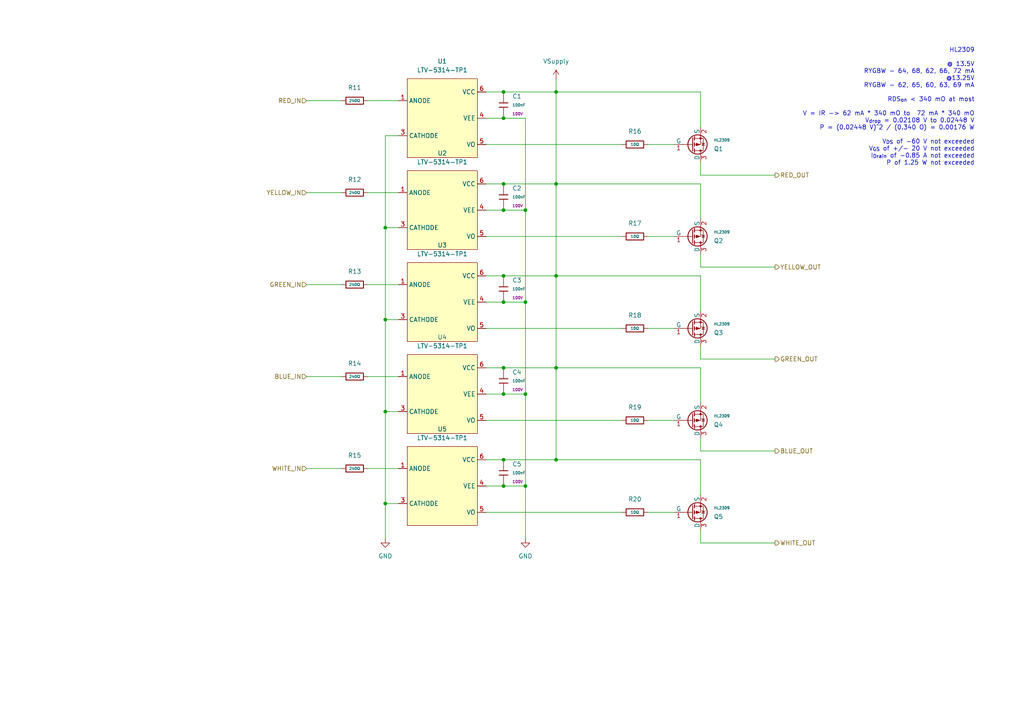
<source format=kicad_sch>
(kicad_sch (version 20250114) (generator "eeschema") (generator_version "9.0")
  (paper "A4")
  (lib_symbols
    (symbol "LTV-5314-TP1_1"
      (property "Reference" "U" (at 0 17.526 0))
      (property "Value" "LTV-5314-TP1" (at 0.254 14.732 0))
      (symbol "LTV-5314-TP1_1_1_1"
        (rectangle (start -10.16 11.43) (end 10.16 -11.43) (fill (type background)))
        (pin input line (at -12.7 5.08 0) (length 2.54) (name "ANODE") (number "1"))
        (pin input line (at -12.7 -5.08 0) (length 2.54) (name "CATHODE") (number "3"))
        (pin power_in line (at 12.7 7.62 180) (length 2.54) (name "VCC") (number "6"))
        (pin power_in line (at 12.7 0 180) (length 2.54) (name "VEE") (number "4"))
        (pin output line (at 12.7 -7.62 180) (length 2.54) (name "VO") (number "5"))
      )
    )
    (symbol "LTV-5314-TP1_2"
      (property "Reference" "U" (at 0 17.526 0))
      (property "Value" "LTV-5314-TP1" (at 0.254 14.732 0))
      (symbol "LTV-5314-TP1_2_1_1"
        (rectangle (start -10.16 11.43) (end 10.16 -11.43) (fill (type background)))
        (pin input line (at -12.7 5.08 0) (length 2.54) (name "ANODE") (number "1"))
        (pin input line (at -12.7 -5.08 0) (length 2.54) (name "CATHODE") (number "3"))
        (pin power_in line (at 12.7 7.62 180) (length 2.54) (name "VCC") (number "6"))
        (pin power_in line (at 12.7 0 180) (length 2.54) (name "VEE") (number "4"))
        (pin output line (at 12.7 -7.62 180) (length 2.54) (name "VO") (number "5"))
      )
    )
    (symbol "LTV-5314-TP1_3"
      (property "Reference" "U" (at 0 17.526 0))
      (property "Value" "LTV-5314-TP1" (at 0.254 14.732 0))
      (symbol "LTV-5314-TP1_3_1_1"
        (rectangle (start -10.16 11.43) (end 10.16 -11.43) (fill (type background)))
        (pin input line (at -12.7 5.08 0) (length 2.54) (name "ANODE") (number "1"))
        (pin input line (at -12.7 -5.08 0) (length 2.54) (name "CATHODE") (number "3"))
        (pin power_in line (at 12.7 7.62 180) (length 2.54) (name "VCC") (number "6"))
        (pin power_in line (at 12.7 0 180) (length 2.54) (name "VEE") (number "4"))
        (pin output line (at 12.7 -7.62 180) (length 2.54) (name "VO") (number "5"))
      )
    )
    (symbol "LTV-5314-TP1_4"
      (property "Reference" "U" (at 0 17.526 0))
      (property "Value" "LTV-5314-TP1" (at 0.254 14.732 0))
      (symbol "LTV-5314-TP1_4_1_1"
        (rectangle (start -10.16 11.43) (end 10.16 -11.43) (fill (type background)))
        (pin input line (at -12.7 5.08 0) (length 2.54) (name "ANODE") (number "1"))
        (pin input line (at -12.7 -5.08 0) (length 2.54) (name "CATHODE") (number "3"))
        (pin power_in line (at 12.7 7.62 180) (length 2.54) (name "VCC") (number "6"))
        (pin power_in line (at 12.7 0 180) (length 2.54) (name "VEE") (number "4"))
        (pin output line (at 12.7 -7.62 180) (length 2.54) (name "VO") (number "5"))
      )
    )
    (symbol "PCM_JLCPCB-Capacitors:0805,100nF" (pin_numbers (hide yes)) (pin_names (offset 0))
      (property "Reference" "C" (at 2.032 1.668 0))
      (property "Value" "100nF" (at 2.032 -0.3782 0))
      (property "Voltage Rated" "100V" (at 2.032 -2.0462 0))
      (symbol "0805,100nF_0_1"
        (polyline (pts (xy -1.27 0.635) (xy 1.27 0.635)) (stroke (width 0.254)))
        (polyline (pts (xy -1.27 -0.635) (xy 1.27 -0.635)) (stroke (width 0.254)))
      )
      (symbol "0805,100nF_1_1"
        (pin passive line (at 0 3.81 270) (length 3.175) (name "~") (number "1"))
        (pin passive line (at 0 -3.81 90) (length 3.175) (name "~") (number "2"))
      )
    )
    (symbol "PCM_JLCPCB-Resistors:0805,10Ω" (pin_numbers (hide yes)) (pin_names (offset 0))
      (property "Reference" "R" (at 1.778 0 0))
      (property "Value" "10Ω" (at 0 0 90))
      (symbol "0805,10Ω_0_1"
        (rectangle (start -1.016 2.54) (end 1.016 -2.54) (stroke (width 0.254)))
      )
      (symbol "0805,10Ω_1_1"
        (pin passive line (at 0 3.81 270) (length 1.27) (name "~") (number "1"))
        (pin passive line (at 0 -3.81 90) (length 1.27) (name "~") (number "2"))
      )
    )
    (symbol "PCM_JLCPCB-Resistors:0805,240Ω" (pin_numbers (hide yes)) (pin_names (offset 0))
      (property "Reference" "R" (at 1.778 0 0))
      (property "Value" "240Ω" (at 0 0 90))
      (symbol "0805,240Ω_0_1"
        (rectangle (start -1.016 2.54) (end 1.016 -2.54) (stroke (width 0.254)))
      )
      (symbol "0805,240Ω_1_1"
        (pin passive line (at 0 3.81 270) (length 1.27) (name "~") (number "1"))
        (pin passive line (at 0 -3.81 90) (length 1.27) (name "~") (number "2"))
      )
    )
    (symbol "PCM_JLCPCB-Transistors:PMOS,HL2309" (pin_names (offset 0))
      (property "Reference" "Q" (at 4.8514 0.834 0))
      (property "Value" "HL2309" (at 4.8514 -1.2122 0))
      (symbol "PMOS,HL2309_0_1"
        (polyline (pts (xy 0.254 1.905) (xy 0.254 -1.905)) (stroke (width 0.254)))
        (polyline (pts (xy 0.254 0) (xy -2.54 0)))
        (polyline (pts (xy 0.762 2.286) (xy 0.762 1.27)) (stroke (width 0.254)))
        (polyline (pts (xy 0.762 1.778) (xy 3.302 1.778) (xy 3.302 -1.778) (xy 0.762 -1.778)))
        (polyline (pts (xy 0.762 0.508) (xy 0.762 -0.508)) (stroke (width 0.254)))
        (polyline (pts (xy 0.762 -1.27) (xy 0.762 -2.286)) (stroke (width 0.254)))
        (circle (center 1.651 0) (radius 2.794) (stroke (width 0.254)))
        (polyline (pts (xy 2.286 0) (xy 1.27 0.381) (xy 1.27 -0.381) (xy 2.286 0)) (fill (type outline)))
        (polyline (pts (xy 2.54 2.54) (xy 2.54 1.778)))
        (circle (center 2.54 1.778) (radius 0.254) (fill (type outline)))
        (circle (center 2.54 -1.778) (radius 0.254) (fill (type outline)))
        (polyline (pts (xy 2.54 -2.54) (xy 2.54 0) (xy 0.762 0)))
        (polyline (pts (xy 2.794 -0.508) (xy 2.921 -0.381) (xy 3.683 -0.381) (xy 3.81 -0.254)))
        (polyline (pts (xy 3.302 -0.381) (xy 2.921 0.254) (xy 3.683 0.254) (xy 3.302 -0.381)))
      )
      (symbol "PMOS,HL2309_1_1"
        (pin input line (at -5.08 0 0) (length 2.54) (name "G") (number "1"))
        (pin passive line (at 2.54 5.08 270) (length 2.54) (name "D") (number "3"))
        (pin passive line (at 2.54 -5.08 90) (length 2.54) (name "S") (number "2"))
      )
    )
    (symbol "Project_symbols:LTV-5314-TP1"
      (property "Reference" "U" (at 0 17.526 0))
      (property "Value" "LTV-5314-TP1" (at 0.254 14.732 0))
      (symbol "LTV-5314-TP1_1_1"
        (rectangle (start -10.16 11.43) (end 10.16 -11.43) (fill (type background)))
        (pin input line (at -12.7 5.08 0) (length 2.54) (name "ANODE") (number "1"))
        (pin input line (at -12.7 -5.08 0) (length 2.54) (name "CATHODE") (number "3"))
        (pin power_in line (at 12.7 7.62 180) (length 2.54) (name "VCC") (number "6"))
        (pin power_in line (at 12.7 0 180) (length 2.54) (name "VEE") (number "4"))
        (pin output line (at 12.7 -7.62 180) (length 2.54) (name "VO") (number "5"))
      )
    )
    (symbol "power:GND" (power) (pin_numbers (hide yes)) (pin_names (offset 0) (hide yes))
      (property "Value" "GND" (at 0 -3.81 0))
      (symbol "GND_0_1"
        (polyline (pts (xy 0 0) (xy 0 -1.27) (xy 1.27 -1.27) (xy 0 -2.54) (xy -1.27 -1.27) (xy 0 -1.27)))
      )
      (symbol "GND_1_1"
        (pin power_in line (at 0 0 270) (length 0) (name "~") (number "1"))
      )
    )
    (symbol "power:VCC" (power) (pin_numbers (hide yes)) (pin_names (offset 0) (hide yes))
      (property "Value" "VCC" (at 0 3.556 0))
      (symbol "VCC_0_1"
        (polyline (pts (xy -0.762 1.27) (xy 0 2.54)))
        (polyline (pts (xy 0 2.54) (xy 0.762 1.27)))
        (polyline (pts (xy 0 0) (xy 0 2.54)))
      )
      (symbol "VCC_1_1"
        (pin power_in line (at 0 0 90) (length 0) (name "~") (number "1"))
      )
    )
  )
  (text "HL2309\n\n@ 13.5V\nRYGBW - 64, 68, 62, 66, 72 mA\n@13.25V\nRYGBW - 62, 65, 60, 63, 69 mA\n\nRDS_{on} < 340 mO at most\n\nV = IR -> 62 mA * 340 mO to  72 mA * 340 mO\nV_{drop} = 0.02108 V to 0.02448 V\nP = (0.02448 V)^2 / (0.340 O) = 0.00176 W\n\nV_{DS} of -60 V not exceeded\nV_{GS} of +/- 20 V not exceeded\nI_{Drain} of -0.85 A not exceeded\nP of 1.25 W not exceeded" (at 282.702 30.988 0) (effects (font (size 1.27 1.27)) (justify right)))
  (junction (at 146.05 106.68))
  (junction (at 146.05 133.35))
  (junction (at 161.29 133.35))
  (junction (at 161.29 53.34))
  (junction (at 146.05 140.97))
  (junction (at 152.4 140.97))
  (junction (at 111.76 92.71))
  (junction (at 161.29 80.01))
  (junction (at 161.29 26.67))
  (junction (at 146.05 114.3))
  (junction (at 146.05 80.01))
  (junction (at 146.05 87.63))
  (junction (at 152.4 114.3))
  (junction (at 111.76 146.05))
  (junction (at 152.4 60.96))
  (junction (at 146.05 26.67))
  (junction (at 161.29 106.68))
  (junction (at 111.76 66.04))
  (junction (at 111.76 119.38))
  (junction (at 146.05 53.34))
  (junction (at 146.05 60.96))
  (junction (at 152.4 87.63))
  (junction (at 146.05 34.29))
  (wire (pts (xy 146.05 114.3) (xy 152.4 114.3)))
  (wire (pts (xy 115.57 39.37) (xy 111.76 39.37)))
  (wire (pts (xy 88.9 109.22) (xy 99.06 109.22)))
  (wire (pts (xy 187.96 95.25) (xy 195.58 95.25)))
  (wire (pts (xy 146.05 34.29) (xy 152.4 34.29)))
  (wire (pts (xy 152.4 156.21) (xy 152.4 140.97)))
  (wire (pts (xy 203.2 50.8) (xy 224.79 50.8)))
  (wire (pts (xy 161.29 22.86) (xy 161.29 26.67)))
  (wire (pts (xy 88.9 82.55) (xy 99.06 82.55)))
  (wire (pts (xy 111.76 92.71) (xy 111.76 119.38)))
  (wire (pts (xy 146.05 140.97) (xy 152.4 140.97)))
  (wire (pts (xy 203.2 104.14) (xy 224.79 104.14)))
  (wire (pts (xy 88.9 135.89) (xy 99.06 135.89)))
  (wire (pts (xy 140.97 60.96) (xy 146.05 60.96)))
  (wire (pts (xy 111.76 119.38) (xy 111.76 146.05)))
  (wire (pts (xy 140.97 114.3) (xy 146.05 114.3)))
  (wire (pts (xy 111.76 92.71) (xy 115.57 92.71)))
  (wire (pts (xy 203.2 73.66) (xy 203.2 77.47)))
  (wire (pts (xy 146.05 60.96) (xy 152.4 60.96)))
  (wire (pts (xy 203.2 26.67) (xy 203.2 36.83)))
  (wire (pts (xy 203.2 153.67) (xy 203.2 157.48)))
  (wire (pts (xy 146.05 53.34) (xy 161.29 53.34)))
  (wire (pts (xy 187.96 148.59) (xy 195.58 148.59)))
  (wire (pts (xy 111.76 39.37) (xy 111.76 66.04)))
  (wire (pts (xy 140.97 140.97) (xy 146.05 140.97)))
  (wire (pts (xy 140.97 87.63) (xy 146.05 87.63)))
  (wire (pts (xy 187.96 41.91) (xy 195.58 41.91)))
  (wire (pts (xy 106.68 135.89) (xy 115.57 135.89)))
  (wire (pts (xy 203.2 53.34) (xy 203.2 63.5)))
  (wire (pts (xy 140.97 34.29) (xy 146.05 34.29)))
  (wire (pts (xy 152.4 60.96) (xy 152.4 34.29)))
  (wire (pts (xy 140.97 41.91) (xy 180.34 41.91)))
  (wire (pts (xy 146.05 80.01) (xy 161.29 80.01)))
  (wire (pts (xy 161.29 53.34) (xy 161.29 80.01)))
  (wire (pts (xy 146.05 106.68) (xy 161.29 106.68)))
  (wire (pts (xy 203.2 53.34) (xy 161.29 53.34)))
  (wire (pts (xy 88.9 55.88) (xy 99.06 55.88)))
  (wire (pts (xy 111.76 119.38) (xy 115.57 119.38)))
  (wire (pts (xy 152.4 140.97) (xy 152.4 114.3)))
  (wire (pts (xy 140.97 121.92) (xy 180.34 121.92)))
  (wire (pts (xy 203.2 80.01) (xy 161.29 80.01)))
  (wire (pts (xy 203.2 133.35) (xy 161.29 133.35)))
  (wire (pts (xy 203.2 157.48) (xy 224.79 157.48)))
  (wire (pts (xy 140.97 95.25) (xy 180.34 95.25)))
  (wire (pts (xy 140.97 80.01) (xy 146.05 80.01)))
  (wire (pts (xy 111.76 66.04) (xy 115.57 66.04)))
  (wire (pts (xy 161.29 80.01) (xy 161.29 106.68)))
  (wire (pts (xy 106.68 29.21) (xy 115.57 29.21)))
  (wire (pts (xy 152.4 114.3) (xy 152.4 87.63)))
  (wire (pts (xy 203.2 26.67) (xy 161.29 26.67)))
  (wire (pts (xy 106.68 109.22) (xy 115.57 109.22)))
  (wire (pts (xy 161.29 106.68) (xy 161.29 133.35)))
  (wire (pts (xy 111.76 66.04) (xy 111.76 92.71)))
  (wire (pts (xy 187.96 68.58) (xy 195.58 68.58)))
  (wire (pts (xy 187.96 121.92) (xy 195.58 121.92)))
  (wire (pts (xy 203.2 46.99) (xy 203.2 50.8)))
  (wire (pts (xy 203.2 130.81) (xy 224.79 130.81)))
  (wire (pts (xy 140.97 133.35) (xy 146.05 133.35)))
  (wire (pts (xy 146.05 26.67) (xy 161.29 26.67)))
  (wire (pts (xy 106.68 55.88) (xy 115.57 55.88)))
  (wire (pts (xy 203.2 106.68) (xy 161.29 106.68)))
  (wire (pts (xy 203.2 127) (xy 203.2 130.81)))
  (wire (pts (xy 140.97 68.58) (xy 180.34 68.58)))
  (wire (pts (xy 111.76 146.05) (xy 111.76 156.21)))
  (wire (pts (xy 106.68 82.55) (xy 115.57 82.55)))
  (wire (pts (xy 88.9 29.21) (xy 99.06 29.21)))
  (wire (pts (xy 146.05 133.35) (xy 161.29 133.35)))
  (wire (pts (xy 140.97 148.59) (xy 180.34 148.59)))
  (wire (pts (xy 203.2 80.01) (xy 203.2 90.17)))
  (wire (pts (xy 203.2 100.33) (xy 203.2 104.14)))
  (wire (pts (xy 152.4 87.63) (xy 152.4 60.96)))
  (wire (pts (xy 140.97 53.34) (xy 146.05 53.34)))
  (wire (pts (xy 203.2 77.47) (xy 224.79 77.47)))
  (wire (pts (xy 203.2 106.68) (xy 203.2 116.84)))
  (wire (pts (xy 140.97 106.68) (xy 146.05 106.68)))
  (wire (pts (xy 161.29 26.67) (xy 161.29 53.34)))
  (wire (pts (xy 203.2 133.35) (xy 203.2 143.51)))
  (wire (pts (xy 140.97 26.67) (xy 146.05 26.67)))
  (wire (pts (xy 146.05 87.63) (xy 152.4 87.63)))
  (wire (pts (xy 111.76 146.05) (xy 115.57 146.05)))
  (hierarchical_label "BLUE_IN" (shape input) (at 88.9 109.22 180))
  (hierarchical_label "GREEN_OUT" (shape output) (at 224.79 104.14 0))
  (hierarchical_label "YELLOW_OUT" (shape output) (at 224.79 77.47 0))
  (hierarchical_label "WHITE_IN" (shape input) (at 88.9 135.89 180))
  (hierarchical_label "YELLOW_IN" (shape input) (at 88.9 55.88 180))
  (hierarchical_label "WHITE_OUT" (shape output) (at 224.79 157.48 0))
  (hierarchical_label "BLUE_OUT" (shape output) (at 224.79 130.81 0))
  (hierarchical_label "RED_IN" (shape input) (at 88.9 29.21 180))
  (hierarchical_label "GREEN_IN" (shape input) (at 88.9 82.55 180))
  (hierarchical_label "RED_OUT" (shape output) (at 224.79 50.8 0))
  (symbol (lib_id "PCM_JLCPCB-Resistors:0805,240Ω") (at 102.87 135.89 90) (unit 1)
    (property "Reference" "R15" (at 102.87 132.08 90))
    (property "Value" "240Ω" (at 102.87 135.89 90) (effects (font (size 0.8 0.8))))
    (property "Footprint" "PCM_JLCPCB:R_0805" (effects (hide yes)))
    (property "Datasheet" "https://www.lcsc.com/datasheet/lcsc_datasheet_2206010200_UNI-ROYAL-Uniroyal-Elec-0805W8F2400T5E_C17572.pdf" (effects (hide yes)))
    (property "Description" "125mW Thick Film Resistors 150V ±100ppm/°C ±1% 240Ω 0805 Chip Resistor - Surface Mount ROHS" (effects (hide yes)))
    (property "LCSC" "C17572" (effects (hide yes)))
    (property "Stock" "474310" (effects (hide yes)))
    (property "Price" "0.005USD" (effects (hide yes)))
    (property "Process" "SMT" (effects (hide yes)))
    (property "Minimum Qty" "20" (effects (hide yes)))
    (property "Attrition Qty" "10" (effects (hide yes)))
    (property "Class" "Preferred Component" (effects (hide yes)))
    (property "Category" "Resistors,Chip Resistor - Surface Mount" (effects (hide yes)))
    (property "Manufacturer" "UNI-ROYAL(Uniroyal Elec)" (effects (hide yes)))
    (property "Part" "0805W8F2400T5E" (effects (hide yes)))
    (property "Resistance" "240Ω" (effects (hide yes)))
    (property "Power(Watts)" "125mW" (effects (hide yes)))
    (property "Type" "Thick Film Resistors" (effects (hide yes)))
    (property "Overload Voltage (Max)" "150V" (effects (hide yes)))
    (property "Operating Temperature Range" "-55°C~+155°C" (effects (hide yes)))
    (property "Tolerance" "±1%" (effects (hide yes)))
    (property "Temperature Coefficient" "±100ppm/°C" (effects (hide yes)))
  )
  (symbol (lib_id "PCM_JLCPCB-Capacitors:0805,100nF") (at 146.05 57.15 0) (unit 1)
    (property "Reference" "C2" (at 148.59 54.6099 0) (effects (justify left)))
    (property "Value" "100nF" (at 148.59 57.15 0) (effects (font (size 0.8 0.8)) (justify left)))
    (property "Footprint" "PCM_JLCPCB:C_0805" (effects (hide yes)))
    (property "Datasheet" "https://www.lcsc.com/datasheet/lcsc_datasheet_2304140030_Samsung-Electro-Mechanics-CL21B104KCFNNNE_C28233.pdf" (effects (hide yes)))
    (property "Description" "100V 100nF X7R ±10% 0805 Multilayer Ceramic Capacitors MLCC - SMD/SMT ROHS" (effects (hide yes)))
    (property "LCSC" "C28233" (effects (hide yes)))
    (property "Stock" "1168020" (effects (hide yes)))
    (property "Price" "0.009USD" (effects (hide yes)))
    (property "Process" "SMT" (effects (hide yes)))
    (property "Minimum Qty" "20" (effects (hide yes)))
    (property "Attrition Qty" "10" (effects (hide yes)))
    (property "Class" "Basic Component" (effects (hide yes)))
    (property "Category" "Capacitors,Multilayer Ceramic Capacitors MLCC - SMD/SMT" (effects (hide yes)))
    (property "Manufacturer" "Samsung Electro-Mechanics" (effects (hide yes)))
    (property "Part" "CL21B104KCFNNNE" (effects (hide yes)))
    (property "Voltage Rated" "100V" (at 148.59 59.69 0) (effects (font (size 0.8 0.8)) (justify left)))
    (property "Tolerance" "±10%" (effects (hide yes)))
    (property "Capacitance" "100nF" (effects (hide yes)))
    (property "Temperature Coefficient" "X7R" (effects (hide yes)))
  )
  (symbol (lib_id "PCM_JLCPCB-Capacitors:0805,100nF") (at 146.05 30.48 0) (unit 1)
    (property "Reference" "C1" (at 148.59 27.9399 0) (effects (justify left)))
    (property "Value" "100nF" (at 148.59 30.48 0) (effects (font (size 0.8 0.8)) (justify left)))
    (property "Footprint" "PCM_JLCPCB:C_0805" (effects (hide yes)))
    (property "Datasheet" "https://www.lcsc.com/datasheet/lcsc_datasheet_2304140030_Samsung-Electro-Mechanics-CL21B104KCFNNNE_C28233.pdf" (effects (hide yes)))
    (property "Description" "100V 100nF X7R ±10% 0805 Multilayer Ceramic Capacitors MLCC - SMD/SMT ROHS" (effects (hide yes)))
    (property "LCSC" "C28233" (effects (hide yes)))
    (property "Stock" "1168020" (effects (hide yes)))
    (property "Price" "0.009USD" (effects (hide yes)))
    (property "Process" "SMT" (effects (hide yes)))
    (property "Minimum Qty" "20" (effects (hide yes)))
    (property "Attrition Qty" "10" (effects (hide yes)))
    (property "Class" "Basic Component" (effects (hide yes)))
    (property "Category" "Capacitors,Multilayer Ceramic Capacitors MLCC - SMD/SMT" (effects (hide yes)))
    (property "Manufacturer" "Samsung Electro-Mechanics" (effects (hide yes)))
    (property "Part" "CL21B104KCFNNNE" (effects (hide yes)))
    (property "Voltage Rated" "100V" (at 148.59 33.02 0) (effects (font (size 0.8 0.8)) (justify left)))
    (property "Tolerance" "±10%" (effects (hide yes)))
    (property "Capacitance" "100nF" (effects (hide yes)))
    (property "Temperature Coefficient" "X7R" (effects (hide yes)))
  )
  (symbol (lib_id "PCM_JLCPCB-Resistors:0805,10Ω") (at 184.15 68.58 90) (unit 1)
    (property "Reference" "R17" (at 184.15 64.77 90))
    (property "Value" "10Ω" (at 184.15 68.58 90) (effects (font (size 0.8 0.8))))
    (property "Footprint" "PCM_JLCPCB:R_0805" (effects (hide yes)))
    (property "Datasheet" "https://www.lcsc.com/datasheet/lcsc_datasheet_2206010216_UNI-ROYAL-Uniroyal-Elec-0805W8F100JT5E_C17415.pdf" (effects (hide yes)))
    (property "Description" "125mW Thick Film Resistors 150V ±1% ±200ppm/°C 10Ω 0805 Chip Resistor - Surface Mount ROHS" (effects (hide yes)))
    (property "LCSC" "C17415" (effects (hide yes)))
    (property "Stock" "3283689" (effects (hide yes)))
    (property "Price" "0.005USD" (effects (hide yes)))
    (property "Process" "SMT" (effects (hide yes)))
    (property "Minimum Qty" "20" (effects (hide yes)))
    (property "Attrition Qty" "6" (effects (hide yes)))
    (property "Class" "Basic Component" (effects (hide yes)))
    (property "Category" "Resistors,Chip Resistor - Surface Mount" (effects (hide yes)))
    (property "Manufacturer" "UNI-ROYAL(Uniroyal Elec)" (effects (hide yes)))
    (property "Part" "0805W8F100JT5E" (effects (hide yes)))
    (property "Resistance" "10Ω" (effects (hide yes)))
    (property "Power(Watts)" "125mW" (effects (hide yes)))
    (property "Type" "Thick Film Resistors" (effects (hide yes)))
    (property "Overload Voltage (Max)" "150V" (effects (hide yes)))
    (property "Operating Temperature Range" "-55°C~+155°C" (effects (hide yes)))
    (property "Tolerance" "±1%" (effects (hide yes)))
    (property "Temperature Coefficient" "±200ppm/°C" (effects (hide yes)))
  )
  (symbol (lib_id "PCM_JLCPCB-Capacitors:0805,100nF") (at 146.05 83.82 0) (unit 1)
    (property "Reference" "C3" (at 148.59 81.2799 0) (effects (justify left)))
    (property "Value" "100nF" (at 148.59 83.82 0) (effects (font (size 0.8 0.8)) (justify left)))
    (property "Footprint" "PCM_JLCPCB:C_0805" (effects (hide yes)))
    (property "Datasheet" "https://www.lcsc.com/datasheet/lcsc_datasheet_2304140030_Samsung-Electro-Mechanics-CL21B104KCFNNNE_C28233.pdf" (effects (hide yes)))
    (property "Description" "100V 100nF X7R ±10% 0805 Multilayer Ceramic Capacitors MLCC - SMD/SMT ROHS" (effects (hide yes)))
    (property "LCSC" "C28233" (effects (hide yes)))
    (property "Stock" "1168020" (effects (hide yes)))
    (property "Price" "0.009USD" (effects (hide yes)))
    (property "Process" "SMT" (effects (hide yes)))
    (property "Minimum Qty" "20" (effects (hide yes)))
    (property "Attrition Qty" "10" (effects (hide yes)))
    (property "Class" "Basic Component" (effects (hide yes)))
    (property "Category" "Capacitors,Multilayer Ceramic Capacitors MLCC - SMD/SMT" (effects (hide yes)))
    (property "Manufacturer" "Samsung Electro-Mechanics" (effects (hide yes)))
    (property "Part" "CL21B104KCFNNNE" (effects (hide yes)))
    (property "Voltage Rated" "100V" (at 148.59 86.36 0) (effects (font (size 0.8 0.8)) (justify left)))
    (property "Tolerance" "±10%" (effects (hide yes)))
    (property "Capacitance" "100nF" (effects (hide yes)))
    (property "Temperature Coefficient" "X7R" (effects (hide yes)))
  )
  (symbol (lib_name "LTV-5314-TP1_1") (lib_id "Project_symbols:LTV-5314-TP1") (at 128.27 34.29 0) (unit 1)
    (property "Reference" "U1" (at 128.27 17.78 0))
    (property "Value" "LTV-5314-TP1" (at 128.27 20.32 0))
    (property "Footprint" "Project_footprints:LTV-5314-TP1" (effects (hide yes)))
    (property "Datasheet" "https://jlcpcb.com/api/file/downloadByFileSystemAccessId/8590235304746647552" (effects (hide yes)))
    (property "Description" "-40℃~+110℃ 1 1.5A 10V~30V 150ns 150ns 35kV/us 5kV MOSFET SMD-5P Gate Drive Optocoupler ROHS" (effects (hide yes)))
    (property "LCSC" " C2944034" (effects (hide yes)))
  )
  (symbol (lib_id "power:GND") (at 111.76 156.21 0) (unit 1)
    (property "Reference" "#PWR07" (effects (hide yes)))
    (property "Value" "GND" (at 111.76 161.29 0))
    (property "Description" "Power symbol creates a global label with name \"GND\" , ground" (effects (hide yes)))
  )
  (symbol (lib_id "PCM_JLCPCB-Resistors:0805,10Ω") (at 184.15 95.25 90) (unit 1)
    (property "Reference" "R18" (at 184.15 91.44 90))
    (property "Value" "10Ω" (at 184.15 95.25 90) (effects (font (size 0.8 0.8))))
    (property "Footprint" "PCM_JLCPCB:R_0805" (effects (hide yes)))
    (property "Datasheet" "https://www.lcsc.com/datasheet/lcsc_datasheet_2206010216_UNI-ROYAL-Uniroyal-Elec-0805W8F100JT5E_C17415.pdf" (effects (hide yes)))
    (property "Description" "125mW Thick Film Resistors 150V ±1% ±200ppm/°C 10Ω 0805 Chip Resistor - Surface Mount ROHS" (effects (hide yes)))
    (property "LCSC" "C17415" (effects (hide yes)))
    (property "Stock" "3283689" (effects (hide yes)))
    (property "Price" "0.005USD" (effects (hide yes)))
    (property "Process" "SMT" (effects (hide yes)))
    (property "Minimum Qty" "20" (effects (hide yes)))
    (property "Attrition Qty" "6" (effects (hide yes)))
    (property "Class" "Basic Component" (effects (hide yes)))
    (property "Category" "Resistors,Chip Resistor - Surface Mount" (effects (hide yes)))
    (property "Manufacturer" "UNI-ROYAL(Uniroyal Elec)" (effects (hide yes)))
    (property "Part" "0805W8F100JT5E" (effects (hide yes)))
    (property "Resistance" "10Ω" (effects (hide yes)))
    (property "Power(Watts)" "125mW" (effects (hide yes)))
    (property "Type" "Thick Film Resistors" (effects (hide yes)))
    (property "Overload Voltage (Max)" "150V" (effects (hide yes)))
    (property "Operating Temperature Range" "-55°C~+155°C" (effects (hide yes)))
    (property "Tolerance" "±1%" (effects (hide yes)))
    (property "Temperature Coefficient" "±200ppm/°C" (effects (hide yes)))
  )
  (symbol (lib_id "PCM_JLCPCB-Capacitors:0805,100nF") (at 146.05 137.16 0) (unit 1)
    (property "Reference" "C5" (at 148.59 134.6199 0) (effects (justify left)))
    (property "Value" "100nF" (at 148.59 137.16 0) (effects (font (size 0.8 0.8)) (justify left)))
    (property "Footprint" "PCM_JLCPCB:C_0805" (effects (hide yes)))
    (property "Datasheet" "https://www.lcsc.com/datasheet/lcsc_datasheet_2304140030_Samsung-Electro-Mechanics-CL21B104KCFNNNE_C28233.pdf" (effects (hide yes)))
    (property "Description" "100V 100nF X7R ±10% 0805 Multilayer Ceramic Capacitors MLCC - SMD/SMT ROHS" (effects (hide yes)))
    (property "LCSC" "C28233" (effects (hide yes)))
    (property "Stock" "1168020" (effects (hide yes)))
    (property "Price" "0.009USD" (effects (hide yes)))
    (property "Process" "SMT" (effects (hide yes)))
    (property "Minimum Qty" "20" (effects (hide yes)))
    (property "Attrition Qty" "10" (effects (hide yes)))
    (property "Class" "Basic Component" (effects (hide yes)))
    (property "Category" "Capacitors,Multilayer Ceramic Capacitors MLCC - SMD/SMT" (effects (hide yes)))
    (property "Manufacturer" "Samsung Electro-Mechanics" (effects (hide yes)))
    (property "Part" "CL21B104KCFNNNE" (effects (hide yes)))
    (property "Voltage Rated" "100V" (at 148.59 139.7 0) (effects (font (size 0.8 0.8)) (justify left)))
    (property "Tolerance" "±10%" (effects (hide yes)))
    (property "Capacitance" "100nF" (effects (hide yes)))
    (property "Temperature Coefficient" "X7R" (effects (hide yes)))
  )
  (symbol (lib_id "PCM_JLCPCB-Transistors:PMOS,HL2309") (at 200.66 121.92 0) (mirror x) (unit 1)
    (property "Reference" "Q4" (at 207.01 123.1901 0) (effects (justify left)))
    (property "Value" "HL2309" (at 207.01 120.65 0) (effects (font (size 0.8 0.8)) (justify left)))
    (property "Footprint" "PCM_JLCPCB:Q_SOT-23" (effects (hide yes)))
    (property "Datasheet" "https://wmsc.lcsc.com/wmsc/upload/file/pdf/v2/lcsc/2407151447_hongjiacheng-HL2309_C28646263.pdf" (effects (hide yes)))
    (property "Description" "60V 1.25A 340mΩ@10V,1.25A 1.25W 3V@250uA 1 Piece P-Channel SOT-23 MOSFETs ROHS" (effects (hide yes)))
    (property "LCSC" "C28646263" (effects (hide yes)))
    (property "Stock" "88690" (effects (hide yes)))
    (property "Price" "0.061USD" (effects (hide yes)))
    (property "Process" "SMT" (effects (hide yes)))
    (property "Minimum Qty" "5" (effects (hide yes)))
    (property "Attrition Qty" "4" (effects (hide yes)))
    (property "Class" "Preferred Component" (effects (hide yes)))
    (property "Category" "Transistors/Thyristors,MOSFETs" (effects (hide yes)))
    (property "Manufacturer" "hongjiacheng" (effects (hide yes)))
    (property "Part" "HL2309" (effects (hide yes)))
    (property "Continuous Drain Current (Id)" "1.25A" (effects (hide yes)))
    (property "Input Capacitance (Ciss@Vds)" "380pF@30V" (effects (hide yes)))
    (property "Operating Temperature" "-55°C~+150°C" (effects (hide yes)))
    (property "Type" "1 Piece P-Channel" (effects (hide yes)))
    (property "Drain Source Voltage (Vdss)" "60V" (effects (hide yes)))
    (property "Power Dissipation (Pd)" "1.25W" (effects (hide yes)))
    (property "Gate Threshold Voltage (Vgs(th)@Id)" "3V@250uA" (effects (hide yes)))
    (property "Reverse Transfer Capacitance (Crss@Vds)" "6pF@30V" (effects (hide yes)))
    (property "Drain Source On Resistance (RDS(on)@Vgs,Id)" "340mΩ@10V,1.25A" (effects (hide yes)))
    (property "Total Gate Charge (Qg@Vgs)" "12nC@10V" (effects (hide yes)))
  )
  (symbol (lib_id "PCM_JLCPCB-Resistors:0805,10Ω") (at 184.15 41.91 90) (unit 1)
    (property "Reference" "R16" (at 184.15 38.1 90))
    (property "Value" "10Ω" (at 184.15 41.91 90) (effects (font (size 0.8 0.8))))
    (property "Footprint" "PCM_JLCPCB:R_0805" (effects (hide yes)))
    (property "Datasheet" "https://www.lcsc.com/datasheet/lcsc_datasheet_2206010216_UNI-ROYAL-Uniroyal-Elec-0805W8F100JT5E_C17415.pdf" (effects (hide yes)))
    (property "Description" "125mW Thick Film Resistors 150V ±1% ±200ppm/°C 10Ω 0805 Chip Resistor - Surface Mount ROHS" (effects (hide yes)))
    (property "LCSC" "C17415" (effects (hide yes)))
    (property "Stock" "3283689" (effects (hide yes)))
    (property "Price" "0.005USD" (effects (hide yes)))
    (property "Process" "SMT" (effects (hide yes)))
    (property "Minimum Qty" "20" (effects (hide yes)))
    (property "Attrition Qty" "6" (effects (hide yes)))
    (property "Class" "Basic Component" (effects (hide yes)))
    (property "Category" "Resistors,Chip Resistor - Surface Mount" (effects (hide yes)))
    (property "Manufacturer" "UNI-ROYAL(Uniroyal Elec)" (effects (hide yes)))
    (property "Part" "0805W8F100JT5E" (effects (hide yes)))
    (property "Resistance" "10Ω" (effects (hide yes)))
    (property "Power(Watts)" "125mW" (effects (hide yes)))
    (property "Type" "Thick Film Resistors" (effects (hide yes)))
    (property "Overload Voltage (Max)" "150V" (effects (hide yes)))
    (property "Operating Temperature Range" "-55°C~+155°C" (effects (hide yes)))
    (property "Tolerance" "±1%" (effects (hide yes)))
    (property "Temperature Coefficient" "±200ppm/°C" (effects (hide yes)))
  )
  (symbol (lib_id "PCM_JLCPCB-Transistors:PMOS,HL2309") (at 200.66 68.58 0) (mirror x) (unit 1)
    (property "Reference" "Q2" (at 207.01 69.8501 0) (effects (justify left)))
    (property "Value" "HL2309" (at 207.01 67.31 0) (effects (font (size 0.8 0.8)) (justify left)))
    (property "Footprint" "PCM_JLCPCB:Q_SOT-23" (effects (hide yes)))
    (property "Datasheet" "https://wmsc.lcsc.com/wmsc/upload/file/pdf/v2/lcsc/2407151447_hongjiacheng-HL2309_C28646263.pdf" (effects (hide yes)))
    (property "Description" "60V 1.25A 340mΩ@10V,1.25A 1.25W 3V@250uA 1 Piece P-Channel SOT-23 MOSFETs ROHS" (effects (hide yes)))
    (property "LCSC" "C28646263" (effects (hide yes)))
    (property "Stock" "88690" (effects (hide yes)))
    (property "Price" "0.061USD" (effects (hide yes)))
    (property "Process" "SMT" (effects (hide yes)))
    (property "Minimum Qty" "5" (effects (hide yes)))
    (property "Attrition Qty" "4" (effects (hide yes)))
    (property "Class" "Preferred Component" (effects (hide yes)))
    (property "Category" "Transistors/Thyristors,MOSFETs" (effects (hide yes)))
    (property "Manufacturer" "hongjiacheng" (effects (hide yes)))
    (property "Part" "HL2309" (effects (hide yes)))
    (property "Continuous Drain Current (Id)" "1.25A" (effects (hide yes)))
    (property "Input Capacitance (Ciss@Vds)" "380pF@30V" (effects (hide yes)))
    (property "Operating Temperature" "-55°C~+150°C" (effects (hide yes)))
    (property "Type" "1 Piece P-Channel" (effects (hide yes)))
    (property "Drain Source Voltage (Vdss)" "60V" (effects (hide yes)))
    (property "Power Dissipation (Pd)" "1.25W" (effects (hide yes)))
    (property "Gate Threshold Voltage (Vgs(th)@Id)" "3V@250uA" (effects (hide yes)))
    (property "Reverse Transfer Capacitance (Crss@Vds)" "6pF@30V" (effects (hide yes)))
    (property "Drain Source On Resistance (RDS(on)@Vgs,Id)" "340mΩ@10V,1.25A" (effects (hide yes)))
    (property "Total Gate Charge (Qg@Vgs)" "12nC@10V" (effects (hide yes)))
  )
  (symbol (lib_id "PCM_JLCPCB-Resistors:0805,240Ω") (at 102.87 29.21 90) (unit 1)
    (property "Reference" "R11" (at 102.87 25.4 90))
    (property "Value" "240Ω" (at 102.87 29.21 90) (effects (font (size 0.8 0.8))))
    (property "Footprint" "PCM_JLCPCB:R_0805" (effects (hide yes)))
    (property "Datasheet" "https://www.lcsc.com/datasheet/lcsc_datasheet_2206010200_UNI-ROYAL-Uniroyal-Elec-0805W8F2400T5E_C17572.pdf" (effects (hide yes)))
    (property "Description" "125mW Thick Film Resistors 150V ±100ppm/°C ±1% 240Ω 0805 Chip Resistor - Surface Mount ROHS" (effects (hide yes)))
    (property "LCSC" "C17572" (effects (hide yes)))
    (property "Stock" "474310" (effects (hide yes)))
    (property "Price" "0.005USD" (effects (hide yes)))
    (property "Process" "SMT" (effects (hide yes)))
    (property "Minimum Qty" "20" (effects (hide yes)))
    (property "Attrition Qty" "10" (effects (hide yes)))
    (property "Class" "Preferred Component" (effects (hide yes)))
    (property "Category" "Resistors,Chip Resistor - Surface Mount" (effects (hide yes)))
    (property "Manufacturer" "UNI-ROYAL(Uniroyal Elec)" (effects (hide yes)))
    (property "Part" "0805W8F2400T5E" (effects (hide yes)))
    (property "Resistance" "240Ω" (effects (hide yes)))
    (property "Power(Watts)" "125mW" (effects (hide yes)))
    (property "Type" "Thick Film Resistors" (effects (hide yes)))
    (property "Overload Voltage (Max)" "150V" (effects (hide yes)))
    (property "Operating Temperature Range" "-55°C~+155°C" (effects (hide yes)))
    (property "Tolerance" "±1%" (effects (hide yes)))
    (property "Temperature Coefficient" "±100ppm/°C" (effects (hide yes)))
  )
  (symbol (lib_id "PCM_JLCPCB-Transistors:PMOS,HL2309") (at 200.66 148.59 0) (mirror x) (unit 1)
    (property "Reference" "Q5" (at 207.01 149.8601 0) (effects (justify left)))
    (property "Value" "HL2309" (at 207.01 147.32 0) (effects (font (size 0.8 0.8)) (justify left)))
    (property "Footprint" "PCM_JLCPCB:Q_SOT-23" (effects (hide yes)))
    (property "Datasheet" "https://wmsc.lcsc.com/wmsc/upload/file/pdf/v2/lcsc/2407151447_hongjiacheng-HL2309_C28646263.pdf" (effects (hide yes)))
    (property "Description" "60V 1.25A 340mΩ@10V,1.25A 1.25W 3V@250uA 1 Piece P-Channel SOT-23 MOSFETs ROHS" (effects (hide yes)))
    (property "LCSC" "C28646263" (effects (hide yes)))
    (property "Stock" "88690" (effects (hide yes)))
    (property "Price" "0.061USD" (effects (hide yes)))
    (property "Process" "SMT" (effects (hide yes)))
    (property "Minimum Qty" "5" (effects (hide yes)))
    (property "Attrition Qty" "4" (effects (hide yes)))
    (property "Class" "Preferred Component" (effects (hide yes)))
    (property "Category" "Transistors/Thyristors,MOSFETs" (effects (hide yes)))
    (property "Manufacturer" "hongjiacheng" (effects (hide yes)))
    (property "Part" "HL2309" (effects (hide yes)))
    (property "Continuous Drain Current (Id)" "1.25A" (effects (hide yes)))
    (property "Input Capacitance (Ciss@Vds)" "380pF@30V" (effects (hide yes)))
    (property "Operating Temperature" "-55°C~+150°C" (effects (hide yes)))
    (property "Type" "1 Piece P-Channel" (effects (hide yes)))
    (property "Drain Source Voltage (Vdss)" "60V" (effects (hide yes)))
    (property "Power Dissipation (Pd)" "1.25W" (effects (hide yes)))
    (property "Gate Threshold Voltage (Vgs(th)@Id)" "3V@250uA" (effects (hide yes)))
    (property "Reverse Transfer Capacitance (Crss@Vds)" "6pF@30V" (effects (hide yes)))
    (property "Drain Source On Resistance (RDS(on)@Vgs,Id)" "340mΩ@10V,1.25A" (effects (hide yes)))
    (property "Total Gate Charge (Qg@Vgs)" "12nC@10V" (effects (hide yes)))
  )
  (symbol (lib_id "PCM_JLCPCB-Resistors:0805,240Ω") (at 102.87 82.55 90) (unit 1)
    (property "Reference" "R13" (at 102.87 78.74 90))
    (property "Value" "240Ω" (at 102.87 82.55 90) (effects (font (size 0.8 0.8))))
    (property "Footprint" "PCM_JLCPCB:R_0805" (effects (hide yes)))
    (property "Datasheet" "https://www.lcsc.com/datasheet/lcsc_datasheet_2206010200_UNI-ROYAL-Uniroyal-Elec-0805W8F2400T5E_C17572.pdf" (effects (hide yes)))
    (property "Description" "125mW Thick Film Resistors 150V ±100ppm/°C ±1% 240Ω 0805 Chip Resistor - Surface Mount ROHS" (effects (hide yes)))
    (property "LCSC" "C17572" (effects (hide yes)))
    (property "Stock" "474310" (effects (hide yes)))
    (property "Price" "0.005USD" (effects (hide yes)))
    (property "Process" "SMT" (effects (hide yes)))
    (property "Minimum Qty" "20" (effects (hide yes)))
    (property "Attrition Qty" "10" (effects (hide yes)))
    (property "Class" "Preferred Component" (effects (hide yes)))
    (property "Category" "Resistors,Chip Resistor - Surface Mount" (effects (hide yes)))
    (property "Manufacturer" "UNI-ROYAL(Uniroyal Elec)" (effects (hide yes)))
    (property "Part" "0805W8F2400T5E" (effects (hide yes)))
    (property "Resistance" "240Ω" (effects (hide yes)))
    (property "Power(Watts)" "125mW" (effects (hide yes)))
    (property "Type" "Thick Film Resistors" (effects (hide yes)))
    (property "Overload Voltage (Max)" "150V" (effects (hide yes)))
    (property "Operating Temperature Range" "-55°C~+155°C" (effects (hide yes)))
    (property "Tolerance" "±1%" (effects (hide yes)))
    (property "Temperature Coefficient" "±100ppm/°C" (effects (hide yes)))
  )
  (symbol (lib_id "power:VCC") (at 161.29 22.86 0) (unit 1)
    (property "Reference" "#PWR014" (effects (hide yes)))
    (property "Value" "VSupply" (at 161.29 17.78 0))
    (property "Description" "Power symbol creates a global label with name \"VCC\"" (effects (hide yes)))
  )
  (symbol (lib_id "PCM_JLCPCB-Transistors:PMOS,HL2309") (at 200.66 41.91 0) (mirror x) (unit 1)
    (property "Reference" "Q1" (at 207.01 43.1801 0) (effects (justify left)))
    (property "Value" "HL2309" (at 207.01 40.64 0) (effects (font (size 0.8 0.8)) (justify left)))
    (property "Footprint" "PCM_JLCPCB:Q_SOT-23" (effects (hide yes)))
    (property "Datasheet" "https://wmsc.lcsc.com/wmsc/upload/file/pdf/v2/lcsc/2407151447_hongjiacheng-HL2309_C28646263.pdf" (effects (hide yes)))
    (property "Description" "60V 1.25A 340mΩ@10V,1.25A 1.25W 3V@250uA 1 Piece P-Channel SOT-23 MOSFETs ROHS" (effects (hide yes)))
    (property "LCSC" "C28646263" (effects (hide yes)))
    (property "Stock" "88690" (effects (hide yes)))
    (property "Price" "0.061USD" (effects (hide yes)))
    (property "Process" "SMT" (effects (hide yes)))
    (property "Minimum Qty" "5" (effects (hide yes)))
    (property "Attrition Qty" "4" (effects (hide yes)))
    (property "Class" "Preferred Component" (effects (hide yes)))
    (property "Category" "Transistors/Thyristors,MOSFETs" (effects (hide yes)))
    (property "Manufacturer" "hongjiacheng" (effects (hide yes)))
    (property "Part" "HL2309" (effects (hide yes)))
    (property "Continuous Drain Current (Id)" "1.25A" (effects (hide yes)))
    (property "Input Capacitance (Ciss@Vds)" "380pF@30V" (effects (hide yes)))
    (property "Operating Temperature" "-55°C~+150°C" (effects (hide yes)))
    (property "Type" "1 Piece P-Channel" (effects (hide yes)))
    (property "Drain Source Voltage (Vdss)" "60V" (effects (hide yes)))
    (property "Power Dissipation (Pd)" "1.25W" (effects (hide yes)))
    (property "Gate Threshold Voltage (Vgs(th)@Id)" "3V@250uA" (effects (hide yes)))
    (property "Reverse Transfer Capacitance (Crss@Vds)" "6pF@30V" (effects (hide yes)))
    (property "Drain Source On Resistance (RDS(on)@Vgs,Id)" "340mΩ@10V,1.25A" (effects (hide yes)))
    (property "Total Gate Charge (Qg@Vgs)" "12nC@10V" (effects (hide yes)))
  )
  (symbol (lib_id "PCM_JLCPCB-Resistors:0805,240Ω") (at 102.87 55.88 90) (unit 1)
    (property "Reference" "R12" (at 102.87 52.07 90))
    (property "Value" "240Ω" (at 102.87 55.88 90) (effects (font (size 0.8 0.8))))
    (property "Footprint" "PCM_JLCPCB:R_0805" (effects (hide yes)))
    (property "Datasheet" "https://www.lcsc.com/datasheet/lcsc_datasheet_2206010200_UNI-ROYAL-Uniroyal-Elec-0805W8F2400T5E_C17572.pdf" (effects (hide yes)))
    (property "Description" "125mW Thick Film Resistors 150V ±100ppm/°C ±1% 240Ω 0805 Chip Resistor - Surface Mount ROHS" (effects (hide yes)))
    (property "LCSC" "C17572" (effects (hide yes)))
    (property "Stock" "474310" (effects (hide yes)))
    (property "Price" "0.005USD" (effects (hide yes)))
    (property "Process" "SMT" (effects (hide yes)))
    (property "Minimum Qty" "20" (effects (hide yes)))
    (property "Attrition Qty" "10" (effects (hide yes)))
    (property "Class" "Preferred Component" (effects (hide yes)))
    (property "Category" "Resistors,Chip Resistor - Surface Mount" (effects (hide yes)))
    (property "Manufacturer" "UNI-ROYAL(Uniroyal Elec)" (effects (hide yes)))
    (property "Part" "0805W8F2400T5E" (effects (hide yes)))
    (property "Resistance" "240Ω" (effects (hide yes)))
    (property "Power(Watts)" "125mW" (effects (hide yes)))
    (property "Type" "Thick Film Resistors" (effects (hide yes)))
    (property "Overload Voltage (Max)" "150V" (effects (hide yes)))
    (property "Operating Temperature Range" "-55°C~+155°C" (effects (hide yes)))
    (property "Tolerance" "±1%" (effects (hide yes)))
    (property "Temperature Coefficient" "±100ppm/°C" (effects (hide yes)))
  )
  (symbol (lib_id "Project_symbols:LTV-5314-TP1") (at 128.27 140.97 0) (unit 1)
    (property "Reference" "U5" (at 128.27 124.46 0))
    (property "Value" "LTV-5314-TP1" (at 128.27 127 0))
    (property "Footprint" "Project_footprints:LTV-5314-TP1" (effects (hide yes)))
    (property "Datasheet" "https://jlcpcb.com/api/file/downloadByFileSystemAccessId/8590235304746647552" (effects (hide yes)))
    (property "Description" "-40℃~+110℃ 1 1.5A 10V~30V 150ns 150ns 35kV/us 5kV MOSFET SMD-5P Gate Drive Optocoupler ROHS" (effects (hide yes)))
    (property "LCSC" " C2944034" (effects (hide yes)))
  )
  (symbol (lib_id "PCM_JLCPCB-Capacitors:0805,100nF") (at 146.05 110.49 0) (unit 1)
    (property "Reference" "C4" (at 148.59 107.9499 0) (effects (justify left)))
    (property "Value" "100nF" (at 148.59 110.49 0) (effects (font (size 0.8 0.8)) (justify left)))
    (property "Footprint" "PCM_JLCPCB:C_0805" (effects (hide yes)))
    (property "Datasheet" "https://www.lcsc.com/datasheet/lcsc_datasheet_2304140030_Samsung-Electro-Mechanics-CL21B104KCFNNNE_C28233.pdf" (effects (hide yes)))
    (property "Description" "100V 100nF X7R ±10% 0805 Multilayer Ceramic Capacitors MLCC - SMD/SMT ROHS" (effects (hide yes)))
    (property "LCSC" "C28233" (effects (hide yes)))
    (property "Stock" "1168020" (effects (hide yes)))
    (property "Price" "0.009USD" (effects (hide yes)))
    (property "Process" "SMT" (effects (hide yes)))
    (property "Minimum Qty" "20" (effects (hide yes)))
    (property "Attrition Qty" "10" (effects (hide yes)))
    (property "Class" "Basic Component" (effects (hide yes)))
    (property "Category" "Capacitors,Multilayer Ceramic Capacitors MLCC - SMD/SMT" (effects (hide yes)))
    (property "Manufacturer" "Samsung Electro-Mechanics" (effects (hide yes)))
    (property "Part" "CL21B104KCFNNNE" (effects (hide yes)))
    (property "Voltage Rated" "100V" (at 148.59 113.03 0) (effects (font (size 0.8 0.8)) (justify left)))
    (property "Tolerance" "±10%" (effects (hide yes)))
    (property "Capacitance" "100nF" (effects (hide yes)))
    (property "Temperature Coefficient" "X7R" (effects (hide yes)))
  )
  (symbol (lib_name "LTV-5314-TP1_3") (lib_id "Project_symbols:LTV-5314-TP1") (at 128.27 87.63 0) (unit 1)
    (property "Reference" "U3" (at 128.27 71.12 0))
    (property "Value" "LTV-5314-TP1" (at 128.27 73.66 0))
    (property "Footprint" "Project_footprints:LTV-5314-TP1" (effects (hide yes)))
    (property "Datasheet" "https://jlcpcb.com/api/file/downloadByFileSystemAccessId/8590235304746647552" (effects (hide yes)))
    (property "Description" "-40℃~+110℃ 1 1.5A 10V~30V 150ns 150ns 35kV/us 5kV MOSFET SMD-5P Gate Drive Optocoupler ROHS" (effects (hide yes)))
    (property "LCSC" " C2944034" (effects (hide yes)))
  )
  (symbol (lib_name "LTV-5314-TP1_2") (lib_id "Project_symbols:LTV-5314-TP1") (at 128.27 60.96 0) (unit 1)
    (property "Reference" "U2" (at 128.27 44.45 0))
    (property "Value" "LTV-5314-TP1" (at 128.27 46.99 0))
    (property "Footprint" "Project_footprints:LTV-5314-TP1" (effects (hide yes)))
    (property "Datasheet" "https://jlcpcb.com/api/file/downloadByFileSystemAccessId/8590235304746647552" (effects (hide yes)))
    (property "Description" "-40℃~+110℃ 1 1.5A 10V~30V 150ns 150ns 35kV/us 5kV MOSFET SMD-5P Gate Drive Optocoupler ROHS" (effects (hide yes)))
    (property "LCSC" " C2944034" (effects (hide yes)))
  )
  (symbol (lib_id "PCM_JLCPCB-Resistors:0805,10Ω") (at 184.15 148.59 90) (unit 1)
    (property "Reference" "R20" (at 184.15 144.78 90))
    (property "Value" "10Ω" (at 184.15 148.59 90) (effects (font (size 0.8 0.8))))
    (property "Footprint" "PCM_JLCPCB:R_0805" (effects (hide yes)))
    (property "Datasheet" "https://www.lcsc.com/datasheet/lcsc_datasheet_2206010216_UNI-ROYAL-Uniroyal-Elec-0805W8F100JT5E_C17415.pdf" (effects (hide yes)))
    (property "Description" "125mW Thick Film Resistors 150V ±1% ±200ppm/°C 10Ω 0805 Chip Resistor - Surface Mount ROHS" (effects (hide yes)))
    (property "LCSC" "C17415" (effects (hide yes)))
    (property "Stock" "3283689" (effects (hide yes)))
    (property "Price" "0.005USD" (effects (hide yes)))
    (property "Process" "SMT" (effects (hide yes)))
    (property "Minimum Qty" "20" (effects (hide yes)))
    (property "Attrition Qty" "6" (effects (hide yes)))
    (property "Class" "Basic Component" (effects (hide yes)))
    (property "Category" "Resistors,Chip Resistor - Surface Mount" (effects (hide yes)))
    (property "Manufacturer" "UNI-ROYAL(Uniroyal Elec)" (effects (hide yes)))
    (property "Part" "0805W8F100JT5E" (effects (hide yes)))
    (property "Resistance" "10Ω" (effects (hide yes)))
    (property "Power(Watts)" "125mW" (effects (hide yes)))
    (property "Type" "Thick Film Resistors" (effects (hide yes)))
    (property "Overload Voltage (Max)" "150V" (effects (hide yes)))
    (property "Operating Temperature Range" "-55°C~+155°C" (effects (hide yes)))
    (property "Tolerance" "±1%" (effects (hide yes)))
    (property "Temperature Coefficient" "±200ppm/°C" (effects (hide yes)))
  )
  (symbol (lib_id "power:GND") (at 152.4 156.21 0) (unit 1)
    (property "Reference" "#PWR013" (effects (hide yes)))
    (property "Value" "GND" (at 152.4 161.29 0))
    (property "Description" "Power symbol creates a global label with name \"GND\" , ground" (effects (hide yes)))
  )
  (symbol (lib_id "PCM_JLCPCB-Transistors:PMOS,HL2309") (at 200.66 95.25 0) (mirror x) (unit 1)
    (property "Reference" "Q3" (at 207.01 96.5201 0) (effects (justify left)))
    (property "Value" "HL2309" (at 207.01 93.98 0) (effects (font (size 0.8 0.8)) (justify left)))
    (property "Footprint" "PCM_JLCPCB:Q_SOT-23" (effects (hide yes)))
    (property "Datasheet" "https://wmsc.lcsc.com/wmsc/upload/file/pdf/v2/lcsc/2407151447_hongjiacheng-HL2309_C28646263.pdf" (effects (hide yes)))
    (property "Description" "60V 1.25A 340mΩ@10V,1.25A 1.25W 3V@250uA 1 Piece P-Channel SOT-23 MOSFETs ROHS" (effects (hide yes)))
    (property "LCSC" "C28646263" (effects (hide yes)))
    (property "Stock" "88690" (effects (hide yes)))
    (property "Price" "0.061USD" (effects (hide yes)))
    (property "Process" "SMT" (effects (hide yes)))
    (property "Minimum Qty" "5" (effects (hide yes)))
    (property "Attrition Qty" "4" (effects (hide yes)))
    (property "Class" "Preferred Component" (effects (hide yes)))
    (property "Category" "Transistors/Thyristors,MOSFETs" (effects (hide yes)))
    (property "Manufacturer" "hongjiacheng" (effects (hide yes)))
    (property "Part" "HL2309" (effects (hide yes)))
    (property "Continuous Drain Current (Id)" "1.25A" (effects (hide yes)))
    (property "Input Capacitance (Ciss@Vds)" "380pF@30V" (effects (hide yes)))
    (property "Operating Temperature" "-55°C~+150°C" (effects (hide yes)))
    (property "Type" "1 Piece P-Channel" (effects (hide yes)))
    (property "Drain Source Voltage (Vdss)" "60V" (effects (hide yes)))
    (property "Power Dissipation (Pd)" "1.25W" (effects (hide yes)))
    (property "Gate Threshold Voltage (Vgs(th)@Id)" "3V@250uA" (effects (hide yes)))
    (property "Reverse Transfer Capacitance (Crss@Vds)" "6pF@30V" (effects (hide yes)))
    (property "Drain Source On Resistance (RDS(on)@Vgs,Id)" "340mΩ@10V,1.25A" (effects (hide yes)))
    (property "Total Gate Charge (Qg@Vgs)" "12nC@10V" (effects (hide yes)))
  )
  (symbol (lib_name "LTV-5314-TP1_4") (lib_id "Project_symbols:LTV-5314-TP1") (at 128.27 114.3 0) (unit 1)
    (property "Reference" "U4" (at 128.27 97.79 0))
    (property "Value" "LTV-5314-TP1" (at 128.27 100.33 0))
    (property "Footprint" "Project_footprints:LTV-5314-TP1" (effects (hide yes)))
    (property "Datasheet" "https://jlcpcb.com/api/file/downloadByFileSystemAccessId/8590235304746647552" (effects (hide yes)))
    (property "Description" "-40℃~+110℃ 1 1.5A 10V~30V 150ns 150ns 35kV/us 5kV MOSFET SMD-5P Gate Drive Optocoupler ROHS" (effects (hide yes)))
    (property "LCSC" " C2944034" (effects (hide yes)))
  )
  (symbol (lib_id "PCM_JLCPCB-Resistors:0805,10Ω") (at 184.15 121.92 90) (unit 1)
    (property "Reference" "R19" (at 184.15 118.11 90))
    (property "Value" "10Ω" (at 184.15 121.92 90) (effects (font (size 0.8 0.8))))
    (property "Footprint" "PCM_JLCPCB:R_0805" (effects (hide yes)))
    (property "Datasheet" "https://www.lcsc.com/datasheet/lcsc_datasheet_2206010216_UNI-ROYAL-Uniroyal-Elec-0805W8F100JT5E_C17415.pdf" (effects (hide yes)))
    (property "Description" "125mW Thick Film Resistors 150V ±1% ±200ppm/°C 10Ω 0805 Chip Resistor - Surface Mount ROHS" (effects (hide yes)))
    (property "LCSC" "C17415" (effects (hide yes)))
    (property "Stock" "3283689" (effects (hide yes)))
    (property "Price" "0.005USD" (effects (hide yes)))
    (property "Process" "SMT" (effects (hide yes)))
    (property "Minimum Qty" "20" (effects (hide yes)))
    (property "Attrition Qty" "6" (effects (hide yes)))
    (property "Class" "Basic Component" (effects (hide yes)))
    (property "Category" "Resistors,Chip Resistor - Surface Mount" (effects (hide yes)))
    (property "Manufacturer" "UNI-ROYAL(Uniroyal Elec)" (effects (hide yes)))
    (property "Part" "0805W8F100JT5E" (effects (hide yes)))
    (property "Resistance" "10Ω" (effects (hide yes)))
    (property "Power(Watts)" "125mW" (effects (hide yes)))
    (property "Type" "Thick Film Resistors" (effects (hide yes)))
    (property "Overload Voltage (Max)" "150V" (effects (hide yes)))
    (property "Operating Temperature Range" "-55°C~+155°C" (effects (hide yes)))
    (property "Tolerance" "±1%" (effects (hide yes)))
    (property "Temperature Coefficient" "±200ppm/°C" (effects (hide yes)))
  )
  (symbol (lib_id "PCM_JLCPCB-Resistors:0805,240Ω") (at 102.87 109.22 90) (unit 1)
    (property "Reference" "R14" (at 102.87 105.41 90))
    (property "Value" "240Ω" (at 102.87 109.22 90) (effects (font (size 0.8 0.8))))
    (property "Footprint" "PCM_JLCPCB:R_0805" (effects (hide yes)))
    (property "Datasheet" "https://www.lcsc.com/datasheet/lcsc_datasheet_2206010200_UNI-ROYAL-Uniroyal-Elec-0805W8F2400T5E_C17572.pdf" (effects (hide yes)))
    (property "Description" "125mW Thick Film Resistors 150V ±100ppm/°C ±1% 240Ω 0805 Chip Resistor - Surface Mount ROHS" (effects (hide yes)))
    (property "LCSC" "C17572" (effects (hide yes)))
    (property "Stock" "474310" (effects (hide yes)))
    (property "Price" "0.005USD" (effects (hide yes)))
    (property "Process" "SMT" (effects (hide yes)))
    (property "Minimum Qty" "20" (effects (hide yes)))
    (property "Attrition Qty" "10" (effects (hide yes)))
    (property "Class" "Preferred Component" (effects (hide yes)))
    (property "Category" "Resistors,Chip Resistor - Surface Mount" (effects (hide yes)))
    (property "Manufacturer" "UNI-ROYAL(Uniroyal Elec)" (effects (hide yes)))
    (property "Part" "0805W8F2400T5E" (effects (hide yes)))
    (property "Resistance" "240Ω" (effects (hide yes)))
    (property "Power(Watts)" "125mW" (effects (hide yes)))
    (property "Type" "Thick Film Resistors" (effects (hide yes)))
    (property "Overload Voltage (Max)" "150V" (effects (hide yes)))
    (property "Operating Temperature Range" "-55°C~+155°C" (effects (hide yes)))
    (property "Tolerance" "±1%" (effects (hide yes)))
    (property "Temperature Coefficient" "±100ppm/°C" (effects (hide yes)))
  )
)
</source>
